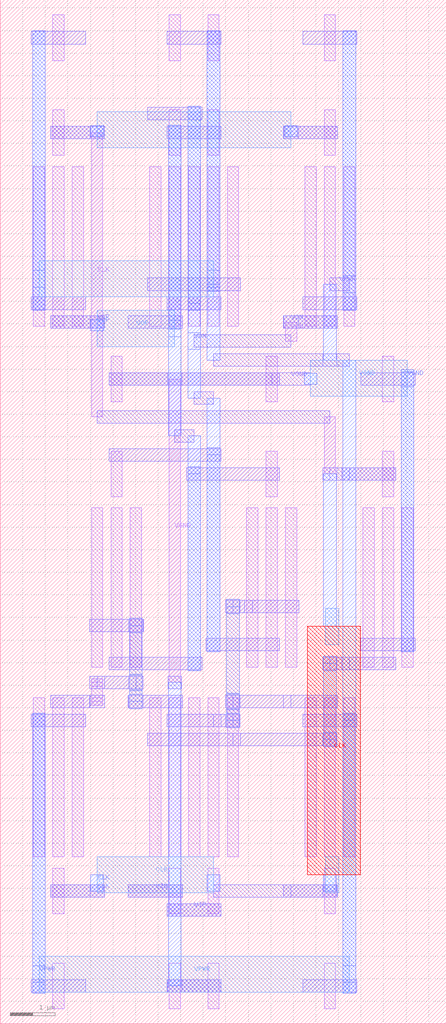
<source format=lef>
VERSION 5.7 ;
  DIVIDERCHAR "/" ;
  BUSBITCHARS "[]" ;
MACRO DCDC_COMP
  CLASS BLOCK ;
  ORIGIN 0 0 ;
  FOREIGN DCDC_COMP 0 0 ;
  SIZE 9.89 BY 22.68 ;
  PIN VOP
    DIRECTION INOUT ;
    USE SIGNAL ;
    PORT 
      LAYER met3 ;
        RECT 3.73 15.38 4.01 19.9 ;
      LAYER met3 ;
        RECT 4.16 7.82 4.44 12.34 ;
      LAYER met2 ;
        RECT 1.12 15.4 2.32 15.68 ;
      LAYER met3 ;
        RECT 3.73 13.02 4.01 15.4 ;
      LAYER met2 ;
        RECT 3.87 12.88 4.3 13.16 ;
      LAYER met3 ;
        RECT 4.16 12.18 4.44 13.02 ;
      LAYER met3 ;
        RECT 3.73 15.215 4.01 15.585 ;
      LAYER met4 ;
        RECT 2.15 15 3.87 15.8 ;
      LAYER met3 ;
        RECT 2.01 15.349 2.29 15.591 ;
      LAYER met2 ;
        RECT 1.99 15.4 2.31 15.68 ;
    END
  END VOP
  PIN VON
    DIRECTION INOUT ;
    USE SIGNAL ;
    PORT 
      LAYER met3 ;
        RECT 4.16 15.8 4.44 20.32 ;
      LAYER met3 ;
        RECT 4.59 8.24 4.87 12.76 ;
      LAYER met2 ;
        RECT 6.28 15.4 7.48 15.68 ;
      LAYER met3 ;
        RECT 4.16 13.86 4.44 15.96 ;
      LAYER met2 ;
        RECT 4.3 13.72 4.73 14 ;
      LAYER met3 ;
        RECT 4.59 12.6 4.87 13.86 ;
      LAYER met3 ;
        RECT 4.16 14.935 4.44 15.305 ;
      LAYER met2 ;
        RECT 4.3 14.98 6.45 15.26 ;
      LAYER met1 ;
        RECT 6.325 15.12 6.575 15.54 ;
      LAYER met2 ;
        RECT 6.29 15.4 6.61 15.68 ;
    END
  END VON
  PIN VPWR
    DIRECTION INOUT ;
    USE SIGNAL ;
    PORT 
      LAYER met3 ;
        RECT 4.59 16.22 4.87 22 ;
      LAYER met3 ;
        RECT 7.6 0.68 7.88 6.88 ;
      LAYER met3 ;
        RECT 0.72 15.8 1 22 ;
      LAYER met3 ;
        RECT 7.6 15.8 7.88 22 ;
      LAYER met3 ;
        RECT 0.72 0.68 1 6.88 ;
      LAYER met3 ;
        RECT 4.59 14.7 4.87 16.38 ;
      LAYER met2 ;
        RECT 4.73 14.56 7.74 14.84 ;
      LAYER met3 ;
        RECT 7.6 6.72 7.88 14.7 ;
      LAYER met3 ;
        RECT 4.59 16.315 4.87 16.685 ;
      LAYER met4 ;
        RECT 0.86 16.1 4.73 16.9 ;
      LAYER met3 ;
        RECT 0.72 16.315 1 16.685 ;
      LAYER met2 ;
        RECT 7.15 14.56 7.47 14.84 ;
      LAYER met3 ;
        RECT 7.17 14.7 7.45 16.38 ;
      LAYER met2 ;
        RECT 7.31 16.24 7.74 16.52 ;
      LAYER met3 ;
        RECT 7.6 16.195 7.88 16.565 ;
      LAYER met3 ;
        RECT 7.6 0.915 7.88 1.285 ;
      LAYER met4 ;
        RECT 0.86 0.7 7.74 1.5 ;
      LAYER met3 ;
        RECT 0.72 0.915 1 1.285 ;
    END
  END VPWR
  PIN VGND
    DIRECTION INOUT ;
    USE SIGNAL ;
    PORT 
      LAYER met2 ;
        RECT 2.41 14.14 6.19 14.42 ;
      LAYER met2 ;
        RECT 3.7 0.7 4.9 0.98 ;
      LAYER met3 ;
        RECT 8.89 8.24 9.17 14.44 ;
      LAYER met2 ;
        RECT 3.71 14.14 4.03 14.42 ;
      LAYER met1 ;
        RECT 3.745 7.56 3.995 14.28 ;
      LAYER met2 ;
        RECT 3.721 7.42 4.019 7.7 ;
      LAYER met3 ;
        RECT 3.73 0.84 4.01 7.56 ;
      LAYER met2 ;
        RECT 3.71 0.7 4.03 0.98 ;
      LAYER met2 ;
        RECT 6.02 14.14 6.88 14.42 ;
      LAYER met3 ;
        RECT 6.74 14.169 7.02 14.411 ;
      LAYER met4 ;
        RECT 6.88 13.9 9.03 14.7 ;
      LAYER met3 ;
        RECT 8.89 14.115 9.17 14.485 ;
    END
  END VGND
  PIN VIN
    DIRECTION INOUT ;
    USE SIGNAL ;
    PORT 
      LAYER met2 ;
        RECT 2.84 2.8 4.04 3.08 ;
    END
  END VIN
  PIN VIP
    DIRECTION INOUT ;
    USE SIGNAL ;
    PORT 
      LAYER met2 ;
        RECT 3.7 2.38 4.9 2.66 ;
    END
  END VIP
  PIN CLK
    DIRECTION INOUT ;
    USE SIGNAL ;
    PORT 
      LAYER met2 ;
        RECT 7.57 12.04 8.77 12.32 ;
      LAYER met2 ;
        RECT 6.28 2.8 7.48 3.08 ;
      LAYER met2 ;
        RECT 1.12 19.6 2.32 19.88 ;
      LAYER met2 ;
        RECT 6.28 19.6 7.48 19.88 ;
      LAYER met2 ;
        RECT 1.12 2.8 2.32 3.08 ;
      LAYER met2 ;
        RECT 7.31 12.04 7.74 12.32 ;
      LAYER met3 ;
        RECT 7.17 8.8 7.45 12.18 ;
      LAYER met4 ;
        RECT 7.205 8.4 7.505 9.2 ;
      LAYER met5 ;
        RECT 6.81 3.3 7.99 8.8 ;
      LAYER met4 ;
        RECT 7.205 2.9 7.505 3.7 ;
      LAYER met3 ;
        RECT 7.17 2.94 7.45 3.3 ;
      LAYER met2 ;
        RECT 7.15 2.8 7.47 3.08 ;
      LAYER met2 ;
        RECT 7.15 12.04 7.47 12.32 ;
      LAYER met1 ;
        RECT 7.185 12.18 7.435 13.44 ;
      LAYER met2 ;
        RECT 2.15 13.3 7.31 13.58 ;
      LAYER met1 ;
        RECT 2.025 13.44 2.275 19.74 ;
      LAYER met2 ;
        RECT 1.99 19.6 2.31 19.88 ;
      LAYER met2 ;
        RECT 1.99 19.6 2.31 19.88 ;
      LAYER met3 ;
        RECT 2.01 19.649 2.29 19.891 ;
      LAYER met4 ;
        RECT 2.15 19.4 6.45 20.2 ;
      LAYER met3 ;
        RECT 6.31 19.649 6.59 19.891 ;
      LAYER met2 ;
        RECT 6.29 19.6 6.61 19.88 ;
      LAYER met2 ;
        RECT 4.73 2.8 6.45 3.08 ;
      LAYER met3 ;
        RECT 4.59 2.94 4.87 3.3 ;
      LAYER met4 ;
        RECT 2.15 2.9 4.73 3.7 ;
      LAYER met3 ;
        RECT 2.01 2.94 2.29 3.3 ;
      LAYER met2 ;
        RECT 1.99 2.8 2.31 3.08 ;
    END
  END CLK
  OBS 
  LAYER met2 ;
        RECT 1.98 8.68 3.18 8.96 ;
  LAYER met2 ;
        RECT 2.84 7 4.04 7.28 ;
  LAYER met2 ;
        RECT 1.12 7 2.32 7.28 ;
  LAYER met2 ;
        RECT 2.85 8.68 3.17 8.96 ;
  LAYER met3 ;
        RECT 2.87 7.14 3.15 8.82 ;
  LAYER met2 ;
        RECT 2.85 7 3.17 7.28 ;
  LAYER met3 ;
        RECT 2.87 7.375 3.15 7.745 ;
  LAYER met2 ;
        RECT 2.15 7.42 3.01 7.7 ;
  LAYER met1 ;
        RECT 2.025 7.14 2.275 7.56 ;
  LAYER met2 ;
        RECT 1.99 7 2.31 7.28 ;
  LAYER met2 ;
        RECT 2.85 7 3.17 7.28 ;
  LAYER met3 ;
        RECT 2.87 6.98 3.15 7.3 ;
  LAYER met2 ;
        RECT 2.85 8.68 3.17 8.96 ;
  LAYER met3 ;
        RECT 2.87 8.66 3.15 8.98 ;
  LAYER met2 ;
        RECT 2.85 7 3.17 7.28 ;
  LAYER met3 ;
        RECT 2.87 6.98 3.15 7.3 ;
  LAYER met2 ;
        RECT 2.85 8.68 3.17 8.96 ;
  LAYER met3 ;
        RECT 2.87 8.66 3.15 8.98 ;
  LAYER met1 ;
        RECT 2.025 7.055 2.275 7.225 ;
  LAYER met2 ;
        RECT 1.98 7 2.32 7.28 ;
  LAYER met1 ;
        RECT 2.025 7.475 2.275 7.645 ;
  LAYER met2 ;
        RECT 1.98 7.42 2.32 7.7 ;
  LAYER met2 ;
        RECT 2.85 7 3.17 7.28 ;
  LAYER met3 ;
        RECT 2.87 6.98 3.15 7.3 ;
  LAYER met2 ;
        RECT 2.85 7.42 3.17 7.7 ;
  LAYER met3 ;
        RECT 2.87 7.4 3.15 7.72 ;
  LAYER met2 ;
        RECT 2.85 8.68 3.17 8.96 ;
  LAYER met3 ;
        RECT 2.87 8.66 3.15 8.98 ;
  LAYER met1 ;
        RECT 2.025 7.055 2.275 7.225 ;
  LAYER met2 ;
        RECT 1.98 7 2.32 7.28 ;
  LAYER met1 ;
        RECT 2.025 7.475 2.275 7.645 ;
  LAYER met2 ;
        RECT 1.98 7.42 2.32 7.7 ;
  LAYER met2 ;
        RECT 2.85 7 3.17 7.28 ;
  LAYER met3 ;
        RECT 2.87 6.98 3.15 7.3 ;
  LAYER met2 ;
        RECT 2.85 7.42 3.17 7.7 ;
  LAYER met3 ;
        RECT 2.87 7.4 3.15 7.72 ;
  LAYER met2 ;
        RECT 2.85 8.68 3.17 8.96 ;
  LAYER met3 ;
        RECT 2.87 8.66 3.15 8.98 ;
  LAYER met2 ;
        RECT 5.42 9.1 6.62 9.38 ;
  LAYER met2 ;
        RECT 3.7 6.58 4.9 6.86 ;
  LAYER met2 ;
        RECT 6.28 7 7.48 7.28 ;
  LAYER met2 ;
        RECT 5.16 9.1 5.59 9.38 ;
  LAYER met3 ;
        RECT 5.02 6.72 5.3 9.24 ;
  LAYER met2 ;
        RECT 4.73 6.58 5.16 6.86 ;
  LAYER met3 ;
        RECT 5.02 6.955 5.3 7.325 ;
  LAYER met2 ;
        RECT 5.16 7 6.45 7.28 ;
  LAYER met2 ;
        RECT 5 6.58 5.32 6.86 ;
  LAYER met3 ;
        RECT 5.02 6.56 5.3 6.88 ;
  LAYER met2 ;
        RECT 5 9.1 5.32 9.38 ;
  LAYER met3 ;
        RECT 5.02 9.08 5.3 9.4 ;
  LAYER met2 ;
        RECT 5 6.58 5.32 6.86 ;
  LAYER met3 ;
        RECT 5.02 6.56 5.3 6.88 ;
  LAYER met2 ;
        RECT 5 9.1 5.32 9.38 ;
  LAYER met3 ;
        RECT 5.02 9.08 5.3 9.4 ;
  LAYER met2 ;
        RECT 5 6.58 5.32 6.86 ;
  LAYER met3 ;
        RECT 5.02 6.56 5.3 6.88 ;
  LAYER met2 ;
        RECT 5 7 5.32 7.28 ;
  LAYER met3 ;
        RECT 5.02 6.98 5.3 7.3 ;
  LAYER met2 ;
        RECT 5 9.1 5.32 9.38 ;
  LAYER met3 ;
        RECT 5.02 9.08 5.3 9.4 ;
  LAYER met2 ;
        RECT 5 6.58 5.32 6.86 ;
  LAYER met3 ;
        RECT 5.02 6.56 5.3 6.88 ;
  LAYER met2 ;
        RECT 5 7 5.32 7.28 ;
  LAYER met3 ;
        RECT 5.02 6.98 5.3 7.3 ;
  LAYER met2 ;
        RECT 5 9.1 5.32 9.38 ;
  LAYER met3 ;
        RECT 5.02 9.08 5.3 9.4 ;
  LAYER met2 ;
        RECT 3.27 6.16 5.33 6.44 ;
  LAYER met2 ;
        RECT 7.57 7.84 8.77 8.12 ;
  LAYER met2 ;
        RECT 5.16 6.16 7.31 6.44 ;
  LAYER met3 ;
        RECT 7.17 6.3 7.45 7.98 ;
  LAYER met2 ;
        RECT 7.31 7.84 7.74 8.12 ;
  LAYER met2 ;
        RECT 7.15 6.16 7.47 6.44 ;
  LAYER met3 ;
        RECT 7.17 6.14 7.45 6.46 ;
  LAYER met2 ;
        RECT 7.15 7.84 7.47 8.12 ;
  LAYER met3 ;
        RECT 7.17 7.82 7.45 8.14 ;
  LAYER met2 ;
        RECT 7.15 6.16 7.47 6.44 ;
  LAYER met3 ;
        RECT 7.17 6.14 7.45 6.46 ;
  LAYER met2 ;
        RECT 7.15 7.84 7.47 8.12 ;
  LAYER met3 ;
        RECT 7.17 7.82 7.45 8.14 ;
  LAYER met1 ;
        RECT 3.745 15.455 3.995 18.985 ;
  LAYER met1 ;
        RECT 3.745 19.235 3.995 20.245 ;
  LAYER met1 ;
        RECT 3.745 21.335 3.995 22.345 ;
  LAYER met1 ;
        RECT 3.315 15.455 3.565 18.985 ;
  LAYER met1 ;
        RECT 4.175 15.455 4.425 18.985 ;
  LAYER met1 ;
        RECT 4.605 15.455 4.855 18.985 ;
  LAYER met1 ;
        RECT 4.605 19.235 4.855 20.245 ;
  LAYER met1 ;
        RECT 4.605 21.335 4.855 22.345 ;
  LAYER met1 ;
        RECT 5.035 15.455 5.285 18.985 ;
  LAYER met2 ;
        RECT 2.84 15.4 4.04 15.68 ;
  LAYER met2 ;
        RECT 3.7 19.6 4.9 19.88 ;
  LAYER met2 ;
        RECT 3.7 15.82 4.9 16.1 ;
  LAYER met2 ;
        RECT 3.27 20.02 4.47 20.3 ;
  LAYER met2 ;
        RECT 3.27 16.24 5.33 16.52 ;
  LAYER met2 ;
        RECT 3.7 21.7 4.9 21.98 ;
  LAYER met3 ;
        RECT 3.73 15.38 4.01 19.9 ;
  LAYER met3 ;
        RECT 4.16 15.8 4.44 20.32 ;
  LAYER met3 ;
        RECT 4.59 16.22 4.87 22 ;
  LAYER met1 ;
        RECT 2.455 7.895 2.705 11.425 ;
  LAYER met1 ;
        RECT 2.455 11.675 2.705 12.685 ;
  LAYER met1 ;
        RECT 2.455 13.775 2.705 14.785 ;
  LAYER met1 ;
        RECT 2.025 7.895 2.275 11.425 ;
  LAYER met1 ;
        RECT 2.885 7.895 3.135 11.425 ;
  LAYER met1 ;
        RECT 5.895 7.895 6.145 11.425 ;
  LAYER met1 ;
        RECT 5.895 11.675 6.145 12.685 ;
  LAYER met1 ;
        RECT 5.895 13.775 6.145 14.785 ;
  LAYER met1 ;
        RECT 5.465 7.895 5.715 11.425 ;
  LAYER met1 ;
        RECT 6.325 7.895 6.575 11.425 ;
  LAYER met2 ;
        RECT 2.41 7.84 4.47 8.12 ;
  LAYER met2 ;
        RECT 4.13 12.04 6.19 12.32 ;
  LAYER met2 ;
        RECT 4.56 8.26 6.19 8.54 ;
  LAYER met2 ;
        RECT 2.41 12.46 4.9 12.74 ;
  LAYER met2 ;
        RECT 2.41 14.14 6.19 14.42 ;
  LAYER met3 ;
        RECT 4.16 7.82 4.44 12.34 ;
  LAYER met3 ;
        RECT 4.59 8.24 4.87 12.76 ;
  LAYER met2 ;
        RECT 1.98 8.68 3.18 8.96 ;
  LAYER met2 ;
        RECT 5.42 9.1 6.62 9.38 ;
  LAYER met1 ;
        RECT 3.745 3.695 3.995 7.225 ;
  LAYER met1 ;
        RECT 3.745 2.435 3.995 3.445 ;
  LAYER met1 ;
        RECT 3.745 0.335 3.995 1.345 ;
  LAYER met1 ;
        RECT 3.315 3.695 3.565 7.225 ;
  LAYER met1 ;
        RECT 4.175 3.695 4.425 7.225 ;
  LAYER met1 ;
        RECT 4.605 3.695 4.855 7.225 ;
  LAYER met1 ;
        RECT 4.605 2.435 4.855 3.445 ;
  LAYER met1 ;
        RECT 4.605 0.335 4.855 1.345 ;
  LAYER met1 ;
        RECT 5.035 3.695 5.285 7.225 ;
  LAYER met2 ;
        RECT 3.7 0.7 4.9 0.98 ;
  LAYER met2 ;
        RECT 2.84 7 4.04 7.28 ;
  LAYER met2 ;
        RECT 3.7 6.58 4.9 6.86 ;
  LAYER met2 ;
        RECT 2.84 2.8 4.04 3.08 ;
  LAYER met2 ;
        RECT 3.7 2.38 4.9 2.66 ;
  LAYER met2 ;
        RECT 3.27 6.16 5.33 6.44 ;
  LAYER met1 ;
        RECT 8.475 7.895 8.725 11.425 ;
  LAYER met1 ;
        RECT 8.475 11.675 8.725 12.685 ;
  LAYER met1 ;
        RECT 8.475 13.775 8.725 14.785 ;
  LAYER met1 ;
        RECT 8.045 7.895 8.295 11.425 ;
  LAYER met1 ;
        RECT 8.905 7.895 9.155 11.425 ;
  LAYER met2 ;
        RECT 8 8.26 9.2 8.54 ;
  LAYER met2 ;
        RECT 8 14.14 9.2 14.42 ;
  LAYER met2 ;
        RECT 7.57 7.84 8.77 8.12 ;
  LAYER met2 ;
        RECT 7.57 12.04 8.77 12.32 ;
  LAYER met3 ;
        RECT 8.89 8.24 9.17 14.44 ;
  LAYER met1 ;
        RECT 7.185 3.695 7.435 7.225 ;
  LAYER met1 ;
        RECT 7.185 2.435 7.435 3.445 ;
  LAYER met1 ;
        RECT 7.185 0.335 7.435 1.345 ;
  LAYER met1 ;
        RECT 6.755 3.695 7.005 7.225 ;
  LAYER met1 ;
        RECT 7.615 3.695 7.865 7.225 ;
  LAYER met2 ;
        RECT 6.71 6.58 7.91 6.86 ;
  LAYER met2 ;
        RECT 6.71 0.7 7.91 0.98 ;
  LAYER met2 ;
        RECT 6.28 7 7.48 7.28 ;
  LAYER met2 ;
        RECT 6.28 2.8 7.48 3.08 ;
  LAYER met3 ;
        RECT 7.6 0.68 7.88 6.88 ;
  LAYER met1 ;
        RECT 1.165 15.455 1.415 18.985 ;
  LAYER met1 ;
        RECT 1.165 19.235 1.415 20.245 ;
  LAYER met1 ;
        RECT 1.165 21.335 1.415 22.345 ;
  LAYER met1 ;
        RECT 1.595 15.455 1.845 18.985 ;
  LAYER met1 ;
        RECT 0.735 15.455 0.985 18.985 ;
  LAYER met2 ;
        RECT 0.69 15.82 1.89 16.1 ;
  LAYER met2 ;
        RECT 0.69 21.7 1.89 21.98 ;
  LAYER met2 ;
        RECT 1.12 15.4 2.32 15.68 ;
  LAYER met2 ;
        RECT 1.12 19.6 2.32 19.88 ;
  LAYER met3 ;
        RECT 0.72 15.8 1 22 ;
  LAYER met1 ;
        RECT 7.185 15.455 7.435 18.985 ;
  LAYER met1 ;
        RECT 7.185 19.235 7.435 20.245 ;
  LAYER met1 ;
        RECT 7.185 21.335 7.435 22.345 ;
  LAYER met1 ;
        RECT 6.755 15.455 7.005 18.985 ;
  LAYER met1 ;
        RECT 7.615 15.455 7.865 18.985 ;
  LAYER met2 ;
        RECT 6.71 15.82 7.91 16.1 ;
  LAYER met2 ;
        RECT 6.71 21.7 7.91 21.98 ;
  LAYER met2 ;
        RECT 6.28 15.4 7.48 15.68 ;
  LAYER met2 ;
        RECT 6.28 19.6 7.48 19.88 ;
  LAYER met3 ;
        RECT 7.6 15.8 7.88 22 ;
  LAYER met1 ;
        RECT 1.165 3.695 1.415 7.225 ;
  LAYER met1 ;
        RECT 1.165 2.435 1.415 3.445 ;
  LAYER met1 ;
        RECT 1.165 0.335 1.415 1.345 ;
  LAYER met1 ;
        RECT 1.595 3.695 1.845 7.225 ;
  LAYER met1 ;
        RECT 0.735 3.695 0.985 7.225 ;
  LAYER met2 ;
        RECT 0.69 6.58 1.89 6.86 ;
  LAYER met2 ;
        RECT 0.69 0.7 1.89 0.98 ;
  LAYER met2 ;
        RECT 1.12 7 2.32 7.28 ;
  LAYER met2 ;
        RECT 1.12 2.8 2.32 3.08 ;
  LAYER met3 ;
        RECT 0.72 0.68 1 6.88 ;
  END 
END DCDC_COMP

</source>
